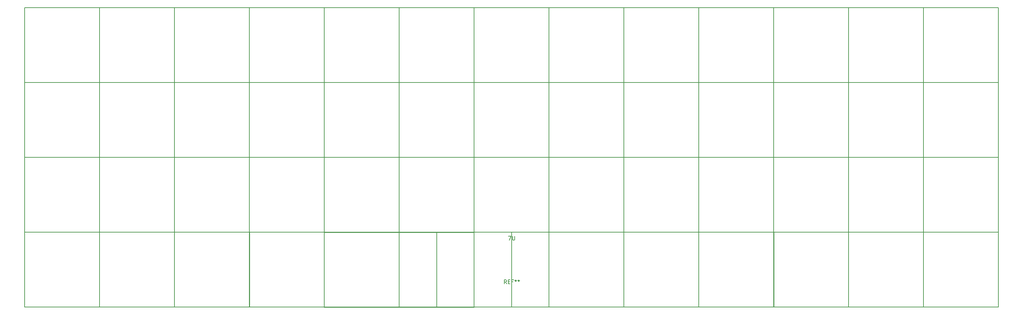
<source format=gbr>
G04 #@! TF.GenerationSoftware,KiCad,Pcbnew,(5.1.5-0-10_14)*
G04 #@! TF.CreationDate,2020-11-29T18:14:47+02:00*
G04 #@! TF.ProjectId,Louhi,4c6f7568-692e-46b6-9963-61645f706362,rev?*
G04 #@! TF.SameCoordinates,Original*
G04 #@! TF.FileFunction,OtherDrawing,Comment*
%FSLAX46Y46*%
G04 Gerber Fmt 4.6, Leading zero omitted, Abs format (unit mm)*
G04 Created by KiCad (PCBNEW (5.1.5-0-10_14)) date 2020-11-29 18:14:47*
%MOMM*%
%LPD*%
G04 APERTURE LIST*
%ADD10C,0.150000*%
G04 APERTURE END LIST*
D10*
X140405000Y-114595000D02*
X273755000Y-114595000D01*
X273755000Y-114595000D02*
X273755000Y-133645000D01*
X140405000Y-133645000D02*
X273755000Y-133645000D01*
X140405000Y-133645000D02*
X140405000Y-114595000D01*
X121285000Y-95567500D02*
X121285000Y-76517500D01*
X140335000Y-95567500D02*
X121285000Y-95567500D01*
X140335000Y-76517500D02*
X140335000Y-95567500D01*
X121285000Y-76517500D02*
X140335000Y-76517500D01*
X140335000Y-95567500D02*
X140335000Y-76517500D01*
X159385000Y-95567500D02*
X140335000Y-95567500D01*
X159385000Y-76517500D02*
X159385000Y-95567500D01*
X140335000Y-76517500D02*
X159385000Y-76517500D01*
X102235000Y-76517500D02*
X102235000Y-57467500D01*
X121285000Y-76517500D02*
X102235000Y-76517500D01*
X121285000Y-57467500D02*
X121285000Y-76517500D01*
X102235000Y-57467500D02*
X121285000Y-57467500D01*
X83185000Y-76517500D02*
X83185000Y-57467500D01*
X102235000Y-76517500D02*
X83185000Y-76517500D01*
X102235000Y-57467500D02*
X102235000Y-76517500D01*
X83185000Y-57467500D02*
X102235000Y-57467500D01*
X121285000Y-76517500D02*
X121285000Y-57467500D01*
X140335000Y-76517500D02*
X121285000Y-76517500D01*
X140335000Y-57467500D02*
X140335000Y-76517500D01*
X121285000Y-57467500D02*
X140335000Y-57467500D01*
X140335000Y-76517500D02*
X140335000Y-57467500D01*
X159385000Y-76517500D02*
X140335000Y-76517500D01*
X159385000Y-57467500D02*
X159385000Y-76517500D01*
X140335000Y-57467500D02*
X159385000Y-57467500D01*
X159385000Y-76517500D02*
X159385000Y-57467500D01*
X178435000Y-76517500D02*
X159385000Y-76517500D01*
X178435000Y-57467500D02*
X178435000Y-76517500D01*
X159385000Y-57467500D02*
X178435000Y-57467500D01*
X178435000Y-76517500D02*
X178435000Y-57467500D01*
X197485000Y-76517500D02*
X178435000Y-76517500D01*
X197485000Y-57467500D02*
X197485000Y-76517500D01*
X178435000Y-57467500D02*
X197485000Y-57467500D01*
X197485000Y-76517500D02*
X197485000Y-57467500D01*
X216535000Y-76517500D02*
X197485000Y-76517500D01*
X216535000Y-57467500D02*
X216535000Y-76517500D01*
X197485000Y-57467500D02*
X216535000Y-57467500D01*
X216535000Y-76517500D02*
X216535000Y-57467500D01*
X235585000Y-76517500D02*
X216535000Y-76517500D01*
X235585000Y-57467500D02*
X235585000Y-76517500D01*
X216535000Y-57467500D02*
X235585000Y-57467500D01*
X235585000Y-76517500D02*
X235585000Y-57467500D01*
X254635000Y-76517500D02*
X235585000Y-76517500D01*
X254635000Y-57467500D02*
X254635000Y-76517500D01*
X235585000Y-57467500D02*
X254635000Y-57467500D01*
X254635000Y-76517500D02*
X254635000Y-57467500D01*
X273685000Y-76517500D02*
X254635000Y-76517500D01*
X273685000Y-57467500D02*
X273685000Y-76517500D01*
X254635000Y-57467500D02*
X273685000Y-57467500D01*
X273685000Y-76517500D02*
X273685000Y-57467500D01*
X292735000Y-76517500D02*
X273685000Y-76517500D01*
X292735000Y-57467500D02*
X292735000Y-76517500D01*
X273685000Y-57467500D02*
X292735000Y-57467500D01*
X292735000Y-76517500D02*
X292735000Y-57467500D01*
X311785000Y-76517500D02*
X292735000Y-76517500D01*
X311785000Y-57467500D02*
X311785000Y-76517500D01*
X292735000Y-57467500D02*
X311785000Y-57467500D01*
X83185000Y-95567500D02*
X83185000Y-76517500D01*
X102235000Y-95567500D02*
X83185000Y-95567500D01*
X102235000Y-76517500D02*
X102235000Y-95567500D01*
X83185000Y-76517500D02*
X102235000Y-76517500D01*
X102235000Y-95567500D02*
X102235000Y-76517500D01*
X121285000Y-95567500D02*
X102235000Y-95567500D01*
X121285000Y-76517500D02*
X121285000Y-95567500D01*
X102235000Y-76517500D02*
X121285000Y-76517500D01*
X159385000Y-95567500D02*
X159385000Y-76517500D01*
X178435000Y-95567500D02*
X159385000Y-95567500D01*
X178435000Y-76517500D02*
X178435000Y-95567500D01*
X159385000Y-76517500D02*
X178435000Y-76517500D01*
X178435000Y-95567500D02*
X178435000Y-76517500D01*
X197485000Y-95567500D02*
X178435000Y-95567500D01*
X197485000Y-76517500D02*
X197485000Y-95567500D01*
X178435000Y-76517500D02*
X197485000Y-76517500D01*
X197485000Y-95567500D02*
X197485000Y-76517500D01*
X216535000Y-95567500D02*
X197485000Y-95567500D01*
X216535000Y-76517500D02*
X216535000Y-95567500D01*
X197485000Y-76517500D02*
X216535000Y-76517500D01*
X216535000Y-95567500D02*
X216535000Y-76517500D01*
X235585000Y-95567500D02*
X216535000Y-95567500D01*
X235585000Y-76517500D02*
X235585000Y-95567500D01*
X216535000Y-76517500D02*
X235585000Y-76517500D01*
X235585000Y-95567500D02*
X235585000Y-76517500D01*
X254635000Y-95567500D02*
X235585000Y-95567500D01*
X254635000Y-76517500D02*
X254635000Y-95567500D01*
X235585000Y-76517500D02*
X254635000Y-76517500D01*
X254635000Y-95567500D02*
X254635000Y-76517500D01*
X273685000Y-95567500D02*
X254635000Y-95567500D01*
X273685000Y-76517500D02*
X273685000Y-95567500D01*
X254635000Y-76517500D02*
X273685000Y-76517500D01*
X273685000Y-95567500D02*
X273685000Y-76517500D01*
X292735000Y-95567500D02*
X273685000Y-95567500D01*
X292735000Y-76517500D02*
X292735000Y-95567500D01*
X273685000Y-76517500D02*
X292735000Y-76517500D01*
X292735000Y-95567500D02*
X292735000Y-76517500D01*
X311785000Y-95567500D02*
X292735000Y-95567500D01*
X311785000Y-76517500D02*
X311785000Y-95567500D01*
X292735000Y-76517500D02*
X311785000Y-76517500D01*
X83185000Y-114617500D02*
X83185000Y-95567500D01*
X102235000Y-114617500D02*
X83185000Y-114617500D01*
X102235000Y-95567500D02*
X102235000Y-114617500D01*
X83185000Y-95567500D02*
X102235000Y-95567500D01*
X102235000Y-114617000D02*
X102235000Y-95567000D01*
X121285000Y-114617000D02*
X102235000Y-114617000D01*
X121285000Y-95567000D02*
X121285000Y-114617000D01*
X102235000Y-95567000D02*
X121285000Y-95567000D01*
X121285000Y-114617000D02*
X121285000Y-95567000D01*
X140335000Y-114617000D02*
X121285000Y-114617000D01*
X140335000Y-95567000D02*
X140335000Y-114617000D01*
X121285000Y-95567000D02*
X140335000Y-95567000D01*
X140335000Y-114617000D02*
X140335000Y-95567000D01*
X159385000Y-114617000D02*
X140335000Y-114617000D01*
X159385000Y-95567000D02*
X159385000Y-114617000D01*
X140335000Y-95567000D02*
X159385000Y-95567000D01*
X159385000Y-114617000D02*
X159385000Y-95567000D01*
X178435000Y-114617000D02*
X159385000Y-114617000D01*
X178435000Y-95567000D02*
X178435000Y-114617000D01*
X159385000Y-95567000D02*
X178435000Y-95567000D01*
X178435000Y-114617000D02*
X178435000Y-95567000D01*
X197485000Y-114617000D02*
X178435000Y-114617000D01*
X197485000Y-95567000D02*
X197485000Y-114617000D01*
X178435000Y-95567000D02*
X197485000Y-95567000D01*
X197485000Y-114617000D02*
X197485000Y-95567000D01*
X216535000Y-114617000D02*
X197485000Y-114617000D01*
X216535000Y-95567000D02*
X216535000Y-114617000D01*
X197485000Y-95567000D02*
X216535000Y-95567000D01*
X216535000Y-114617000D02*
X216535000Y-95567000D01*
X235585000Y-114617000D02*
X216535000Y-114617000D01*
X235585000Y-95567000D02*
X235585000Y-114617000D01*
X216535000Y-95567000D02*
X235585000Y-95567000D01*
X235585000Y-114617000D02*
X235585000Y-95567000D01*
X254635000Y-114617000D02*
X235585000Y-114617000D01*
X254635000Y-95567000D02*
X254635000Y-114617000D01*
X235585000Y-95567000D02*
X254635000Y-95567000D01*
X254635000Y-114617000D02*
X254635000Y-95567000D01*
X273685000Y-114617000D02*
X254635000Y-114617000D01*
X273685000Y-95567000D02*
X273685000Y-114617000D01*
X254635000Y-95567000D02*
X273685000Y-95567000D01*
X273685000Y-114617000D02*
X273685000Y-95567000D01*
X292735000Y-114617000D02*
X273685000Y-114617000D01*
X292735000Y-95567000D02*
X292735000Y-114617000D01*
X273685000Y-95567000D02*
X292735000Y-95567000D01*
X292735000Y-114617000D02*
X292735000Y-95567000D01*
X311785000Y-114617000D02*
X292735000Y-114617000D01*
X311785000Y-95567000D02*
X311785000Y-114617000D01*
X292735000Y-95567000D02*
X311785000Y-95567000D01*
X83185000Y-133667000D02*
X83185000Y-114617000D01*
X102235000Y-133667000D02*
X83185000Y-133667000D01*
X102235000Y-114617000D02*
X102235000Y-133667000D01*
X83185000Y-114617000D02*
X102235000Y-114617000D01*
X102235000Y-133667000D02*
X102235000Y-114617000D01*
X121285000Y-133667000D02*
X102235000Y-133667000D01*
X121285000Y-114617000D02*
X121285000Y-133667000D01*
X102235000Y-114617000D02*
X121285000Y-114617000D01*
X121285000Y-133667000D02*
X121285000Y-114617000D01*
X140335000Y-133667000D02*
X121285000Y-133667000D01*
X140335000Y-114617000D02*
X140335000Y-133667000D01*
X121285000Y-114617000D02*
X140335000Y-114617000D01*
X140335000Y-133667000D02*
X140335000Y-114617000D01*
X159385000Y-133667000D02*
X140335000Y-133667000D01*
X159385000Y-114617000D02*
X159385000Y-133667000D01*
X140335000Y-114617000D02*
X159385000Y-114617000D01*
X216535000Y-133667500D02*
X216535000Y-114617500D01*
X235585000Y-133667500D02*
X216535000Y-133667500D01*
X235585000Y-114617500D02*
X235585000Y-133667500D01*
X216535000Y-114617500D02*
X235585000Y-114617500D01*
X235585000Y-133667500D02*
X235585000Y-114617500D01*
X254635000Y-133667500D02*
X235585000Y-133667500D01*
X254635000Y-114617500D02*
X254635000Y-133667500D01*
X235585000Y-114617500D02*
X254635000Y-114617500D01*
X254635000Y-133667000D02*
X254635000Y-114617000D01*
X273685000Y-133667000D02*
X254635000Y-133667000D01*
X273685000Y-114617000D02*
X273685000Y-133667000D01*
X254635000Y-114617000D02*
X273685000Y-114617000D01*
X273685000Y-133667500D02*
X273685000Y-114617500D01*
X292735000Y-133667500D02*
X273685000Y-133667500D01*
X292735000Y-114617500D02*
X292735000Y-133667500D01*
X273685000Y-114617500D02*
X292735000Y-114617500D01*
X292735000Y-133667500D02*
X292735000Y-114617500D01*
X311785000Y-133667500D02*
X292735000Y-133667500D01*
X311785000Y-114617500D02*
X311785000Y-133667500D01*
X292735000Y-114617500D02*
X311785000Y-114617500D01*
X311785000Y-133667500D02*
X311785000Y-114617500D01*
X330835000Y-133667500D02*
X311785000Y-133667500D01*
X330835000Y-114617500D02*
X330835000Y-133667500D01*
X311785000Y-114617500D02*
X330835000Y-114617500D01*
X159385000Y-133667500D02*
X159385000Y-114617500D01*
X187960000Y-133667500D02*
X159385000Y-133667500D01*
X187960000Y-114617500D02*
X187960000Y-133667500D01*
X159385000Y-114617500D02*
X187960000Y-114617500D01*
X159385000Y-133667000D02*
X159385000Y-114617000D01*
X178435000Y-133667000D02*
X159385000Y-133667000D01*
X178435000Y-114617000D02*
X178435000Y-133667000D01*
X159385000Y-114617000D02*
X178435000Y-114617000D01*
X197470000Y-114655000D02*
X197470000Y-133705000D01*
X159370000Y-114655000D02*
X197470000Y-114655000D01*
X159370000Y-133705000D02*
X159370000Y-114655000D01*
X197470000Y-133705000D02*
X159370000Y-133705000D01*
X178435000Y-133667500D02*
X178435000Y-114617500D01*
X197485000Y-133667500D02*
X178435000Y-133667500D01*
X197485000Y-114617500D02*
X197485000Y-133667500D01*
X178435000Y-114617500D02*
X197485000Y-114617500D01*
X216530000Y-114645000D02*
X216530000Y-133695000D01*
X178430000Y-114645000D02*
X216530000Y-114645000D01*
X178430000Y-133695000D02*
X178430000Y-114645000D01*
X216530000Y-133695000D02*
X178430000Y-133695000D01*
X207010000Y-133667500D02*
X207010000Y-114617500D01*
X235585000Y-133667500D02*
X207010000Y-133667500D01*
X235585000Y-114617500D02*
X235585000Y-133667500D01*
X207010000Y-114617500D02*
X235585000Y-114617500D01*
X197485000Y-133667500D02*
X197485000Y-114617500D01*
X216535000Y-133667500D02*
X197485000Y-133667500D01*
X216535000Y-114617500D02*
X216535000Y-133667500D01*
X197485000Y-114617500D02*
X216535000Y-114617500D01*
X235580000Y-114625000D02*
X235580000Y-133675000D01*
X197480000Y-114625000D02*
X235580000Y-114625000D01*
X197480000Y-133675000D02*
X197480000Y-114625000D01*
X235580000Y-133675000D02*
X197480000Y-133675000D01*
X311785000Y-76517500D02*
X311785000Y-57467500D01*
X330835000Y-76517500D02*
X311785000Y-76517500D01*
X330835000Y-57467500D02*
X330835000Y-76517500D01*
X311785000Y-57467500D02*
X330835000Y-57467500D01*
X311785000Y-95567500D02*
X311785000Y-76517500D01*
X330835000Y-95567500D02*
X311785000Y-95567500D01*
X330835000Y-76517500D02*
X330835000Y-95567500D01*
X311785000Y-76517500D02*
X330835000Y-76517500D01*
X311785000Y-114617500D02*
X311785000Y-95567500D01*
X330835000Y-114617500D02*
X311785000Y-114617500D01*
X330835000Y-95567500D02*
X330835000Y-114617500D01*
X311785000Y-95567500D02*
X330835000Y-95567500D01*
X205746666Y-127747380D02*
X205413333Y-127271190D01*
X205175238Y-127747380D02*
X205175238Y-126747380D01*
X205556190Y-126747380D01*
X205651428Y-126795000D01*
X205699047Y-126842619D01*
X205746666Y-126937857D01*
X205746666Y-127080714D01*
X205699047Y-127175952D01*
X205651428Y-127223571D01*
X205556190Y-127271190D01*
X205175238Y-127271190D01*
X206175238Y-127223571D02*
X206508571Y-127223571D01*
X206651428Y-127747380D02*
X206175238Y-127747380D01*
X206175238Y-126747380D01*
X206651428Y-126747380D01*
X207413333Y-127223571D02*
X207080000Y-127223571D01*
X207080000Y-127747380D02*
X207080000Y-126747380D01*
X207556190Y-126747380D01*
X208080000Y-126747380D02*
X208080000Y-126985476D01*
X207841904Y-126890238D02*
X208080000Y-126985476D01*
X208318095Y-126890238D01*
X207937142Y-127175952D02*
X208080000Y-126985476D01*
X208222857Y-127175952D01*
X208841904Y-126747380D02*
X208841904Y-126985476D01*
X208603809Y-126890238D02*
X208841904Y-126985476D01*
X209080000Y-126890238D01*
X208699047Y-127175952D02*
X208841904Y-126985476D01*
X208984761Y-127175952D01*
X206222857Y-115634880D02*
X206889523Y-115634880D01*
X206460952Y-116634880D01*
X207270476Y-115634880D02*
X207270476Y-116444404D01*
X207318095Y-116539642D01*
X207365714Y-116587261D01*
X207460952Y-116634880D01*
X207651428Y-116634880D01*
X207746666Y-116587261D01*
X207794285Y-116539642D01*
X207841904Y-116444404D01*
X207841904Y-115634880D01*
M02*

</source>
